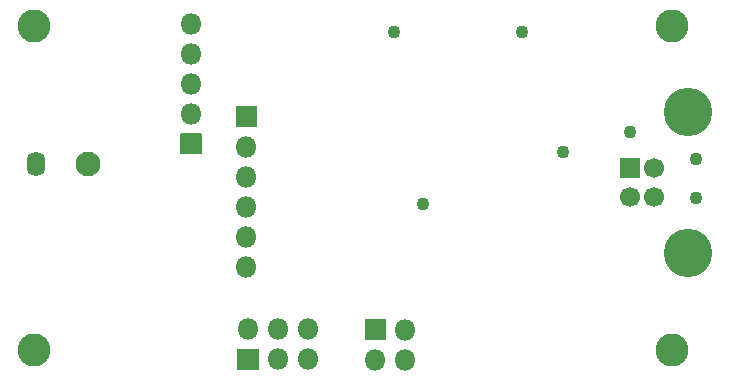
<source format=gbs>
G04 #@! TF.GenerationSoftware,KiCad,Pcbnew,6.0.7+dfsg-1~bpo11+1*
G04 #@! TF.CreationDate,2022-09-27T14:32:04+00:00*
G04 #@! TF.ProjectId,t1,74312e6b-6963-4616-945f-706362585858,${git_hash}*
G04 #@! TF.SameCoordinates,Original*
G04 #@! TF.FileFunction,Soldermask,Bot*
G04 #@! TF.FilePolarity,Negative*
%FSLAX46Y46*%
G04 Gerber Fmt 4.6, Leading zero omitted, Abs format (unit mm)*
G04 Created by KiCad (PCBNEW 6.0.7+dfsg-1~bpo11+1) date 2022-09-27 14:32:04*
%MOMM*%
%LPD*%
G01*
G04 APERTURE LIST*
%ADD10C,2.800000*%
%ADD11C,2.100000*%
%ADD12O,1.600000X2.100000*%
%ADD13O,1.800000X1.800000*%
%ADD14C,1.700000*%
%ADD15C,4.100000*%
%ADD16C,1.100000*%
G04 APERTURE END LIST*
D10*
X177000000Y-97000000D03*
X123000000Y-97000000D03*
X123000000Y-69500000D03*
X177000000Y-69500000D03*
D11*
X127600000Y-81200000D03*
D12*
X123200000Y-81200000D03*
G36*
G01*
X137200000Y-78650000D02*
X137200000Y-80350000D01*
G75*
G02*
X137150000Y-80400000I-50000J0D01*
G01*
X135450000Y-80400000D01*
G75*
G02*
X135400000Y-80350000I0J50000D01*
G01*
X135400000Y-78650000D01*
G75*
G02*
X135450000Y-78600000I50000J0D01*
G01*
X137150000Y-78600000D01*
G75*
G02*
X137200000Y-78650000I0J-50000D01*
G01*
G37*
D13*
X136300000Y-76960000D03*
X136300000Y-74420000D03*
X136300000Y-71880000D03*
X136300000Y-69340000D03*
G36*
G01*
X150992000Y-96100000D02*
X150992000Y-94400000D01*
G75*
G02*
X151042000Y-94350000I50000J0D01*
G01*
X152742000Y-94350000D01*
G75*
G02*
X152792000Y-94400000I0J-50000D01*
G01*
X152792000Y-96100000D01*
G75*
G02*
X152742000Y-96150000I-50000J0D01*
G01*
X151042000Y-96150000D01*
G75*
G02*
X150992000Y-96100000I0J50000D01*
G01*
G37*
X154432000Y-95250000D03*
X151892000Y-97790000D03*
X154432000Y-97790000D03*
G36*
G01*
X141972400Y-98664600D02*
X140272400Y-98664600D01*
G75*
G02*
X140222400Y-98614600I0J50000D01*
G01*
X140222400Y-96914600D01*
G75*
G02*
X140272400Y-96864600I50000J0D01*
G01*
X141972400Y-96864600D01*
G75*
G02*
X142022400Y-96914600I0J-50000D01*
G01*
X142022400Y-98614600D01*
G75*
G02*
X141972400Y-98664600I-50000J0D01*
G01*
G37*
X141122400Y-95224600D03*
X143662400Y-97764600D03*
X143662400Y-95224600D03*
X146202400Y-97764600D03*
X146202400Y-95224600D03*
G36*
G01*
X140070000Y-78066000D02*
X140070000Y-76366000D01*
G75*
G02*
X140120000Y-76316000I50000J0D01*
G01*
X141820000Y-76316000D01*
G75*
G02*
X141870000Y-76366000I0J-50000D01*
G01*
X141870000Y-78066000D01*
G75*
G02*
X141820000Y-78116000I-50000J0D01*
G01*
X140120000Y-78116000D01*
G75*
G02*
X140070000Y-78066000I0J50000D01*
G01*
G37*
X140970000Y-79756000D03*
X140970000Y-82296000D03*
X140970000Y-84836000D03*
X140970000Y-87376000D03*
X140970000Y-89916000D03*
G36*
G01*
X174282000Y-82384000D02*
X172682000Y-82384000D01*
G75*
G02*
X172632000Y-82334000I0J50000D01*
G01*
X172632000Y-80734000D01*
G75*
G02*
X172682000Y-80684000I50000J0D01*
G01*
X174282000Y-80684000D01*
G75*
G02*
X174332000Y-80734000I0J-50000D01*
G01*
X174332000Y-82334000D01*
G75*
G02*
X174282000Y-82384000I-50000J0D01*
G01*
G37*
D14*
X173482000Y-84034000D03*
X175482000Y-84034000D03*
X175482000Y-81534000D03*
D15*
X178342000Y-76784000D03*
X178342000Y-88784000D03*
D16*
X167792400Y-80162400D03*
X173482000Y-78486000D03*
X179070000Y-80772000D03*
X179070000Y-84074000D03*
X164287200Y-70053200D03*
X153492200Y-70027800D03*
X155956000Y-84582000D03*
M02*

</source>
